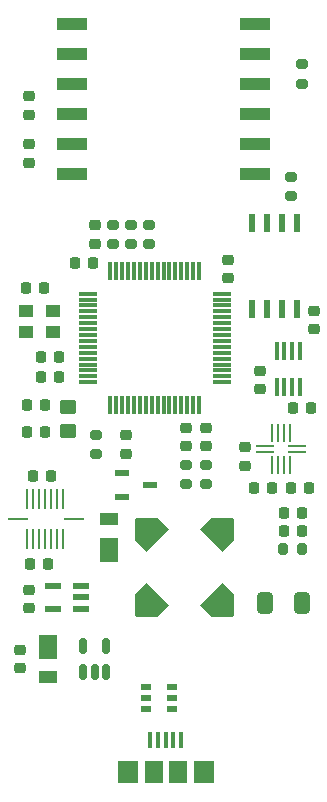
<source format=gbr>
%TF.GenerationSoftware,KiCad,Pcbnew,(6.0.8)*%
%TF.CreationDate,2023-06-03T22:28:48+01:00*%
%TF.ProjectId,circuit board design v2.1,63697263-7569-4742-9062-6f6172642064,rev?*%
%TF.SameCoordinates,Original*%
%TF.FileFunction,Paste,Top*%
%TF.FilePolarity,Positive*%
%FSLAX46Y46*%
G04 Gerber Fmt 4.6, Leading zero omitted, Abs format (unit mm)*
G04 Created by KiCad (PCBNEW (6.0.8)) date 2023-06-03 22:28:48*
%MOMM*%
%LPD*%
G01*
G04 APERTURE LIST*
G04 Aperture macros list*
%AMRoundRect*
0 Rectangle with rounded corners*
0 $1 Rounding radius*
0 $2 $3 $4 $5 $6 $7 $8 $9 X,Y pos of 4 corners*
0 Add a 4 corners polygon primitive as box body*
4,1,4,$2,$3,$4,$5,$6,$7,$8,$9,$2,$3,0*
0 Add four circle primitives for the rounded corners*
1,1,$1+$1,$2,$3*
1,1,$1+$1,$4,$5*
1,1,$1+$1,$6,$7*
1,1,$1+$1,$8,$9*
0 Add four rect primitives between the rounded corners*
20,1,$1+$1,$2,$3,$4,$5,0*
20,1,$1+$1,$4,$5,$6,$7,0*
20,1,$1+$1,$6,$7,$8,$9,0*
20,1,$1+$1,$8,$9,$2,$3,0*%
%AMFreePoly0*
4,1,48,0.029755,1.351579,0.045398,1.349101,0.056598,1.337902,0.070711,1.330711,1.330711,0.070711,1.334374,0.063522,1.340902,0.058779,1.348138,0.036507,1.358769,0.015643,1.357507,0.007674,1.360000,0.000000,1.360000,-1.180000,1.355106,-1.195063,1.355107,-1.210902,1.345796,-1.223715,1.340902,-1.238779,1.328089,-1.248089,1.318779,-1.260902,1.303715,-1.265796,1.290902,-1.275107,
1.275063,-1.275106,1.260000,-1.280000,-1.260000,-1.280000,-1.275063,-1.275106,-1.290902,-1.275107,-1.303715,-1.265796,-1.318779,-1.260902,-1.328089,-1.248089,-1.340902,-1.238779,-1.345796,-1.223715,-1.355107,-1.210902,-1.355106,-1.195063,-1.360000,-1.180000,-1.360000,0.000000,-1.357507,0.007674,-1.358769,0.015643,-1.348138,0.036507,-1.340902,0.058779,-1.334374,0.063522,-1.330711,0.070711,
-0.070711,1.330711,-0.056598,1.337902,-0.045398,1.349101,-0.029755,1.351579,-0.015643,1.358769,0.000000,1.356292,0.015643,1.358769,0.029755,1.351579,0.029755,1.351579,$1*%
G04 Aperture macros list end*
%ADD10R,0.250000X1.575000*%
%ADD11R,0.275000X1.500000*%
%ADD12R,1.575000X0.250000*%
%ADD13R,0.400000X1.350000*%
%ADD14R,1.500000X1.900000*%
%ADD15R,1.800000X1.900000*%
%ADD16FreePoly0,315.000000*%
%ADD17FreePoly0,45.000000*%
%ADD18FreePoly0,135.000000*%
%ADD19FreePoly0,225.000000*%
%ADD20RoundRect,0.200000X-0.275000X0.200000X-0.275000X-0.200000X0.275000X-0.200000X0.275000X0.200000X0*%
%ADD21RoundRect,0.225000X0.250000X-0.225000X0.250000X0.225000X-0.250000X0.225000X-0.250000X-0.225000X0*%
%ADD22RoundRect,0.225000X-0.225000X-0.250000X0.225000X-0.250000X0.225000X0.250000X-0.225000X0.250000X0*%
%ADD23RoundRect,0.225000X-0.250000X0.225000X-0.250000X-0.225000X0.250000X-0.225000X0.250000X0.225000X0*%
%ADD24RoundRect,0.225000X0.225000X0.250000X-0.225000X0.250000X-0.225000X-0.250000X0.225000X-0.250000X0*%
%ADD25R,1.500000X2.049998*%
%ADD26R,1.500000X1.050000*%
%ADD27RoundRect,0.200000X0.275000X-0.200000X0.275000X0.200000X-0.275000X0.200000X-0.275000X-0.200000X0*%
%ADD28RoundRect,0.250000X-0.450000X0.350000X-0.450000X-0.350000X0.450000X-0.350000X0.450000X0.350000X0*%
%ADD29R,0.250000X1.700000*%
%ADD30R,1.700000X0.250000*%
%ADD31R,1.309599X0.568000*%
%ADD32RoundRect,0.041300X0.618700X0.253700X-0.618700X0.253700X-0.618700X-0.253700X0.618700X-0.253700X0*%
%ADD33R,2.500000X1.000000*%
%ADD34R,1.300000X1.100000*%
%ADD35R,0.950000X0.600000*%
%ADD36RoundRect,0.200000X0.200000X0.275000X-0.200000X0.275000X-0.200000X-0.275000X0.200000X-0.275000X0*%
%ADD37R,0.350000X1.500000*%
%ADD38RoundRect,0.250000X-0.412500X-0.650000X0.412500X-0.650000X0.412500X0.650000X-0.412500X0.650000X0*%
%ADD39RoundRect,0.150000X0.150000X-0.512500X0.150000X0.512500X-0.150000X0.512500X-0.150000X-0.512500X0*%
%ADD40RoundRect,0.075000X-0.700000X-0.075000X0.700000X-0.075000X0.700000X0.075000X-0.700000X0.075000X0*%
%ADD41RoundRect,0.075000X-0.075000X-0.700000X0.075000X-0.700000X0.075000X0.700000X-0.075000X0.700000X0*%
%ADD42R,0.532600X1.512799*%
G04 APERTURE END LIST*
D10*
%TO.C,U9*%
X45724000Y-62264500D03*
X46224000Y-62264500D03*
D11*
X46736500Y-62277000D03*
D12*
X47336500Y-63377000D03*
X47336500Y-63877000D03*
D11*
X46736500Y-64977000D03*
D10*
X46224000Y-64989500D03*
X45724000Y-64989500D03*
D11*
X45211500Y-64977000D03*
D12*
X44611500Y-63877000D03*
X44611500Y-63377000D03*
D11*
X45211500Y-62277000D03*
%TD*%
D13*
%TO.C,J3*%
X34947000Y-88276000D03*
X35597000Y-88276000D03*
X36247000Y-88276000D03*
X36897000Y-88276000D03*
X37547000Y-88276000D03*
D14*
X35247000Y-90951000D03*
X37247000Y-90951000D03*
D15*
X33047000Y-90951000D03*
X39447000Y-90951000D03*
%TD*%
D16*
%TO.C,U3*%
X41036000Y-70470000D03*
D17*
X34656000Y-70470000D03*
D18*
X34656000Y-76850000D03*
D19*
X41036000Y-76850000D03*
%TD*%
D20*
%TO.C,R9*%
X46863000Y-40577000D03*
X46863000Y-42227000D03*
%TD*%
D21*
%TO.C,D4*%
X30226000Y-46241000D03*
X30226000Y-44691000D03*
%TD*%
D22*
%TO.C,D3*%
X46215000Y-70612000D03*
X47765000Y-70612000D03*
%TD*%
D23*
%TO.C,C7*%
X39624000Y-61836000D03*
X39624000Y-63386000D03*
%TD*%
D20*
%TO.C,R6*%
X30353000Y-62421000D03*
X30353000Y-64071000D03*
%TD*%
D24*
%TO.C,C15*%
X26302000Y-73406000D03*
X24752000Y-73406000D03*
%TD*%
D25*
%TO.C,D2*%
X31399314Y-72144999D03*
D26*
X31399314Y-69595000D03*
%TD*%
D27*
%TO.C,R3*%
X31750000Y-46291000D03*
X31750000Y-44641000D03*
%TD*%
D24*
%TO.C,C22*%
X47765000Y-69088000D03*
X46215000Y-69088000D03*
%TD*%
D21*
%TO.C,C4*%
X24638000Y-77102000D03*
X24638000Y-75552000D03*
%TD*%
D23*
%TO.C,C9*%
X37973000Y-61836000D03*
X37973000Y-63386000D03*
%TD*%
D28*
%TO.C,FB1*%
X27940000Y-60087000D03*
X27940000Y-62087000D03*
%TD*%
D22*
%TO.C,C14*%
X25006000Y-65913000D03*
X26556000Y-65913000D03*
%TD*%
D24*
%TO.C,C11*%
X26048000Y-59944000D03*
X24498000Y-59944000D03*
%TD*%
D23*
%TO.C,C13*%
X48768000Y-51930000D03*
X48768000Y-53480000D03*
%TD*%
%TO.C,C6*%
X32893000Y-62471000D03*
X32893000Y-64021000D03*
%TD*%
D22*
%TO.C,C18*%
X25641000Y-55880000D03*
X27191000Y-55880000D03*
%TD*%
D27*
%TO.C,R1*%
X37973000Y-66611000D03*
X37973000Y-64961000D03*
%TD*%
D29*
%TO.C,U8*%
X24535000Y-67898500D03*
X25035000Y-67898500D03*
X25535000Y-67898500D03*
X26035000Y-67898500D03*
X26535000Y-67898500D03*
X27035000Y-67898500D03*
X27535000Y-67898500D03*
D30*
X28450000Y-69563500D03*
D29*
X27535000Y-71228500D03*
X27035000Y-71228500D03*
X26535000Y-71228500D03*
X26035000Y-71228500D03*
X25535000Y-71228500D03*
X25035000Y-71228500D03*
X24535000Y-71228500D03*
D30*
X23720000Y-69563500D03*
%TD*%
D27*
%TO.C,R7*%
X34798000Y-46291000D03*
X34798000Y-44641000D03*
%TD*%
D31*
%TO.C,U11*%
X32499300Y-65674999D03*
X32499300Y-67675001D03*
X34886900Y-66675000D03*
%TD*%
D32*
%TO.C,U7*%
X29029000Y-77150000D03*
X29029000Y-76200000D03*
X29029000Y-75250000D03*
X26739000Y-75250000D03*
X26739000Y-77150000D03*
%TD*%
D33*
%TO.C,U12*%
X28318000Y-27678000D03*
X28318000Y-30218000D03*
X28318000Y-32758000D03*
X28318000Y-35298000D03*
X28318000Y-37838000D03*
X28318000Y-40378000D03*
X43818000Y-40378000D03*
X43818000Y-37838000D03*
X43818000Y-35298000D03*
X43818000Y-32758000D03*
X43818000Y-30218000D03*
X43818000Y-27678000D03*
%TD*%
D22*
%TO.C,C1*%
X46977000Y-60198000D03*
X48527000Y-60198000D03*
%TD*%
D34*
%TO.C,Y1*%
X26677000Y-51932000D03*
X24377000Y-51932000D03*
X24377000Y-53732000D03*
X26677000Y-53732000D03*
%TD*%
D21*
%TO.C,C2*%
X44196000Y-58560000D03*
X44196000Y-57010000D03*
%TD*%
D35*
%TO.C,U5*%
X34562000Y-83759000D03*
X34562000Y-84709000D03*
X34562000Y-85659000D03*
X36812000Y-85659000D03*
X36812000Y-84709000D03*
X36812000Y-83759000D03*
%TD*%
D22*
%TO.C,C24*%
X46850000Y-66929000D03*
X48400000Y-66929000D03*
%TD*%
D36*
%TO.C,R4*%
X47815000Y-72136000D03*
X46165000Y-72136000D03*
%TD*%
D21*
%TO.C,C21*%
X42926000Y-65037000D03*
X42926000Y-63487000D03*
%TD*%
D24*
%TO.C,C12*%
X26048000Y-62230000D03*
X24498000Y-62230000D03*
%TD*%
%TO.C,C23*%
X45225000Y-66929000D03*
X43675000Y-66929000D03*
%TD*%
D21*
%TO.C,C19*%
X24638000Y-35319000D03*
X24638000Y-33769000D03*
%TD*%
D24*
%TO.C,C10*%
X27191000Y-57531000D03*
X25641000Y-57531000D03*
%TD*%
D25*
%TO.C,D1*%
X26289000Y-80382001D03*
D26*
X26289000Y-82932000D03*
%TD*%
D37*
%TO.C,U4*%
X45634000Y-55371000D03*
X46284000Y-55371000D03*
X46934000Y-55371000D03*
X47584000Y-55371000D03*
X47584000Y-58421000D03*
X46934000Y-58421000D03*
X46284000Y-58421000D03*
X45634000Y-58421000D03*
%TD*%
D38*
%TO.C,C16*%
X44665500Y-76708000D03*
X47790500Y-76708000D03*
%TD*%
D23*
%TO.C,C20*%
X24638000Y-37833000D03*
X24638000Y-39383000D03*
%TD*%
D21*
%TO.C,C8*%
X41529000Y-49162000D03*
X41529000Y-47612000D03*
%TD*%
D27*
%TO.C,R5*%
X47752000Y-32702000D03*
X47752000Y-31052000D03*
%TD*%
D39*
%TO.C,U6*%
X29276000Y-82544500D03*
X30226000Y-82544500D03*
X31176000Y-82544500D03*
X31176000Y-80269500D03*
X29276000Y-80269500D03*
%TD*%
D23*
%TO.C,C3*%
X23876000Y-80632000D03*
X23876000Y-82182000D03*
%TD*%
D40*
%TO.C,U1*%
X29631000Y-50479000D03*
X29631000Y-50979000D03*
X29631000Y-51479000D03*
X29631000Y-51979000D03*
X29631000Y-52479000D03*
X29631000Y-52979000D03*
X29631000Y-53479000D03*
X29631000Y-53979000D03*
X29631000Y-54479000D03*
X29631000Y-54979000D03*
X29631000Y-55479000D03*
X29631000Y-55979000D03*
X29631000Y-56479000D03*
X29631000Y-56979000D03*
X29631000Y-57479000D03*
X29631000Y-57979000D03*
D41*
X31556000Y-59904000D03*
X32056000Y-59904000D03*
X32556000Y-59904000D03*
X33056000Y-59904000D03*
X33556000Y-59904000D03*
X34056000Y-59904000D03*
X34556000Y-59904000D03*
X35056000Y-59904000D03*
X35556000Y-59904000D03*
X36056000Y-59904000D03*
X36556000Y-59904000D03*
X37056000Y-59904000D03*
X37556000Y-59904000D03*
X38056000Y-59904000D03*
X38556000Y-59904000D03*
X39056000Y-59904000D03*
D40*
X40981000Y-57979000D03*
X40981000Y-57479000D03*
X40981000Y-56979000D03*
X40981000Y-56479000D03*
X40981000Y-55979000D03*
X40981000Y-55479000D03*
X40981000Y-54979000D03*
X40981000Y-54479000D03*
X40981000Y-53979000D03*
X40981000Y-53479000D03*
X40981000Y-52979000D03*
X40981000Y-52479000D03*
X40981000Y-51979000D03*
X40981000Y-51479000D03*
X40981000Y-50979000D03*
X40981000Y-50479000D03*
D41*
X39056000Y-48554000D03*
X38556000Y-48554000D03*
X38056000Y-48554000D03*
X37556000Y-48554000D03*
X37056000Y-48554000D03*
X36556000Y-48554000D03*
X36056000Y-48554000D03*
X35556000Y-48554000D03*
X35056000Y-48554000D03*
X34556000Y-48554000D03*
X34056000Y-48554000D03*
X33556000Y-48554000D03*
X33056000Y-48554000D03*
X32556000Y-48554000D03*
X32056000Y-48554000D03*
X31556000Y-48554000D03*
%TD*%
D20*
%TO.C,R2*%
X39624000Y-64961000D03*
X39624000Y-66611000D03*
%TD*%
D42*
%TO.C,U2*%
X47371000Y-44488100D03*
X46101000Y-44488100D03*
X44831000Y-44488100D03*
X43561000Y-44488100D03*
X43561000Y-51777900D03*
X44831000Y-51777900D03*
X46101000Y-51777900D03*
X47371000Y-51777900D03*
%TD*%
D24*
%TO.C,C17*%
X25921000Y-50038000D03*
X24371000Y-50038000D03*
%TD*%
D27*
%TO.C,R8*%
X33274000Y-46291000D03*
X33274000Y-44641000D03*
%TD*%
D24*
%TO.C,C5*%
X30112000Y-47879000D03*
X28562000Y-47879000D03*
%TD*%
M02*

</source>
